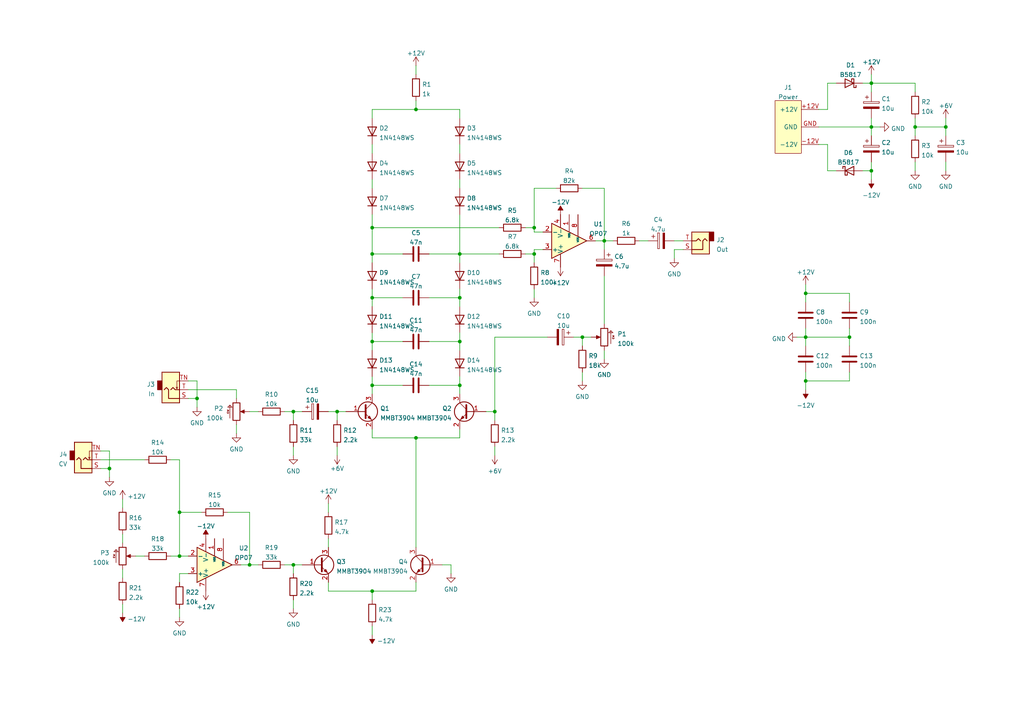
<source format=kicad_sch>
(kicad_sch (version 20211123) (generator eeschema)
  (paper "A4")
  (lib_symbols
    (symbol "Amplifier_Operational:OP07" (pin_names (offset 0.127))
      (property "Reference" "U" (at 1.27 6.35 0))
      (property "Value" "OP07" (at 1.27 3.81 0))
      (symbol "OP07_0_1"
        (polyline (pts (xy -5.08 5.08) (xy 5.08 0) (xy -5.08 -5.08) (xy -5.08 5.08)) (stroke (width 0.254)) (fill (type background)))
      )
      (symbol "OP07_1_1"
        (pin input line (at 0 -7.62 90) (length 5.08) (name "VOS") (number "1"))
        (pin input line (at -7.62 -2.54 0) (length 2.54) (name "-") (number "2"))
        (pin input line (at -7.62 2.54 0) (length 2.54) (name "+") (number "3"))
        (pin power_in line (at -2.54 -7.62 90) (length 3.81) (name "V-") (number "4"))
        (pin no_connect line (at 0 2.54 270) (length 2.54) hide (name "NC") (number "5"))
        (pin output line (at 7.62 0 180) (length 2.54) (name "~") (number "6"))
        (pin power_in line (at -2.54 7.62 270) (length 3.81) (name "V+") (number "7"))
        (pin input line (at 2.54 -7.62 90) (length 6.35) (name "VOS") (number "8"))
      )
    )
    (symbol "Connector:AudioJack2"
      (property "Reference" "J" (at 0 8.89 0))
      (property "Value" "AudioJack2" (at 0 6.35 0))
      (symbol "AudioJack2_0_1"
        (rectangle (start -3.81 0) (end -2.54 -2.54) (stroke (width 0.254)) (fill (type outline)))
        (rectangle (start -2.54 3.81) (end 2.54 -2.54) (stroke (width 0.254)) (fill (type background)))
        (polyline (pts (xy 0 0) (xy 0.635 -0.635) (xy 1.27 0) (xy 2.54 0)) (stroke (width 0.254)))
        (polyline (pts (xy 2.54 2.54) (xy -0.635 2.54) (xy -0.635 0) (xy -1.27 -0.635) (xy -1.905 0)) (stroke (width 0.254)))
      )
      (symbol "AudioJack2_1_1"
        (pin passive line (at 5.08 2.54 180) (length 2.54) (name "~") (number "S"))
        (pin passive line (at 5.08 0 180) (length 2.54) (name "~") (number "T"))
      )
    )
    (symbol "Connector:AudioJack2_SwitchT"
      (property "Reference" "J" (at 0 8.89 0))
      (property "Value" "AudioJack2_SwitchT" (at 0 6.35 0))
      (symbol "AudioJack2_SwitchT_0_1"
        (rectangle (start -2.54 0) (end -3.81 -2.54) (stroke (width 0.254)) (fill (type outline)))
        (polyline (pts (xy 1.778 -0.254) (xy 2.032 -0.762)))
        (polyline (pts (xy 0 0) (xy 0.635 -0.635) (xy 1.27 0) (xy 2.54 0)) (stroke (width 0.254)))
        (polyline (pts (xy 2.54 -2.54) (xy 1.778 -2.54) (xy 1.778 -0.254) (xy 1.524 -0.762)))
        (polyline (pts (xy 2.54 2.54) (xy -0.635 2.54) (xy -0.635 0) (xy -1.27 -0.635) (xy -1.905 0)) (stroke (width 0.254)))
        (rectangle (start 2.54 3.81) (end -2.54 -5.08) (stroke (width 0.254)) (fill (type background)))
      )
      (symbol "AudioJack2_SwitchT_1_1"
        (pin passive line (at 5.08 2.54 180) (length 2.54) (name "~") (number "S"))
        (pin passive line (at 5.08 0 180) (length 2.54) (name "~") (number "T"))
        (pin passive line (at 5.08 -2.54 180) (length 2.54) (name "~") (number "TN"))
      )
    )
    (symbol "Device:C" (pin_numbers hide) (pin_names (offset 0.254))
      (property "Reference" "C" (at 0.635 2.54 0))
      (property "Value" "C" (at 0.635 -2.54 0))
      (symbol "C_0_1"
        (polyline (pts (xy -2.032 -0.762) (xy 2.032 -0.762)) (stroke (width 0.508)))
        (polyline (pts (xy -2.032 0.762) (xy 2.032 0.762)) (stroke (width 0.508)))
      )
      (symbol "C_1_1"
        (pin passive line (at 0 3.81 270) (length 2.794) (name "~") (number "1"))
        (pin passive line (at 0 -3.81 90) (length 2.794) (name "~") (number "2"))
      )
    )
    (symbol "Device:C_Polarized" (pin_numbers hide) (pin_names (offset 0.254))
      (property "Reference" "C" (at 0.635 2.54 0))
      (property "Value" "C_Polarized" (at 0.635 -2.54 0))
      (symbol "C_Polarized_0_1"
        (rectangle (start -2.286 0.508) (end 2.286 1.016))
        (polyline (pts (xy -1.778 2.286) (xy -0.762 2.286)))
        (polyline (pts (xy -1.27 2.794) (xy -1.27 1.778)))
        (rectangle (start 2.286 -0.508) (end -2.286 -1.016) (fill (type outline)))
      )
      (symbol "C_Polarized_1_1"
        (pin passive line (at 0 3.81 270) (length 2.794) (name "~") (number "1"))
        (pin passive line (at 0 -3.81 90) (length 2.794) (name "~") (number "2"))
      )
    )
    (symbol "Device:R" (pin_numbers hide) (pin_names (offset 0))
      (property "Reference" "R" (at 2.032 0 90))
      (property "Value" "R" (at 0 0 90))
      (symbol "R_0_1"
        (rectangle (start -1.016 -2.54) (end 1.016 2.54) (stroke (width 0.254)))
      )
      (symbol "R_1_1"
        (pin passive line (at 0 3.81 270) (length 1.27) (name "~") (number "1"))
        (pin passive line (at 0 -3.81 90) (length 1.27) (name "~") (number "2"))
      )
    )
    (symbol "Device_Additional:R_POT" (pin_names (offset 1.016))
      (property "Reference" "P" (at -5.715 0 90))
      (property "Value" "R_POT" (at -3.81 0 90))
      (symbol "R_POT_0_0"
        (text "cw" (at -2.54 0 900) (effects (font (size 0.635 0.635))))
      )
      (symbol "R_POT_0_1"
        (polyline (pts (xy -1.905 -1.905) (xy -1.905 1.905) (xy -2.54 1.27) (xy -1.27 1.27) (xy -1.905 1.905)))
      )
      (symbol "R_POT_1_1"
        (polyline (pts (xy 2.54 0) (xy 1.524 0)))
        (polyline (pts (xy 1.143 0) (xy 2.286 0.508) (xy 2.286 -0.508) (xy 1.143 0)) (fill (type outline)))
        (rectangle (start 1.016 2.54) (end -1.016 -2.54) (stroke (width 0.254)))
        (pin passive line (at 0 -3.81 90) (length 1.27) (name "CCW") (number "CCW"))
        (pin passive line (at 0 3.81 270) (length 1.27) (name "CW") (number "CW"))
        (pin passive line (at 3.81 0 180) (length 1.27) (name "W") (number "W"))
      )
    )
    (symbol "Diode:1N4148" (pin_numbers hide) (pin_names (offset 1.016) hide)
      (property "Reference" "D" (at 0 2.54 0))
      (property "Value" "1N4148" (at 0 -2.54 0))
      (symbol "1N4148_0_1"
        (polyline (pts (xy -1.27 1.27) (xy -1.27 -1.27)) (stroke (width 0.254)))
        (polyline (pts (xy 1.27 0) (xy -1.27 0)))
        (polyline (pts (xy 1.27 1.27) (xy 1.27 -1.27) (xy -1.27 0) (xy 1.27 1.27)) (stroke (width 0.254)))
      )
      (symbol "1N4148_1_1"
        (pin passive line (at -3.81 0 0) (length 2.54) (name "K") (number "1"))
        (pin passive line (at 3.81 0 180) (length 2.54) (name "A") (number "2"))
      )
    )
    (symbol "Diode:1N5817" (pin_numbers hide) (pin_names (offset 1.016) hide)
      (property "Reference" "D" (at 0 2.54 0))
      (property "Value" "1N5817" (at 0 -2.54 0))
      (symbol "1N5817_0_1"
        (polyline (pts (xy 1.27 0) (xy -1.27 0)))
        (polyline (pts (xy 1.27 1.27) (xy 1.27 -1.27) (xy -1.27 0) (xy 1.27 1.27)) (stroke (width 0.254)))
        (polyline (pts (xy -1.905 0.635) (xy -1.905 1.27) (xy -1.27 1.27) (xy -1.27 -1.27) (xy -0.635 -1.27) (xy -0.635 -0.635)) (stroke (width 0.254)))
      )
      (symbol "1N5817_1_1"
        (pin passive line (at -3.81 0 0) (length 2.54) (name "K") (number "1"))
        (pin passive line (at 3.81 0 180) (length 2.54) (name "A") (number "2"))
      )
    )
    (symbol "Eurorack_Synth:Power_2x5" (pin_names (offset 1.016))
      (property "Reference" "J" (at 0 10.16 0))
      (property "Value" "Power_2x5" (at 0 8.89 0))
      (symbol "Power_2x5_0_1"
        (rectangle (start 3.81 7.62) (end -3.81 -7.62) (fill (type background)))
      )
      (symbol "Power_2x5_1_1"
        (pin power_out line (at 8.89 5.08 180) (length 5.08) (name "+12V") (number "+12V"))
        (pin power_out line (at 8.89 -5.08 180) (length 5.08) (name "-12V") (number "-12V"))
        (pin power_out line (at 8.89 0 180) (length 5.08) (name "GND") (number "GND"))
      )
    )
    (symbol "Transistor_BJT:MMBT3904" (pin_names (offset 0) hide)
      (property "Reference" "Q" (at 5.08 1.905 0))
      (property "Value" "MMBT3904" (at 5.08 0 0))
      (symbol "MMBT3904_0_1"
        (polyline (pts (xy 0.635 0.635) (xy 2.54 2.54)))
        (polyline (pts (xy 0.635 -0.635) (xy 2.54 -2.54) (xy 2.54 -2.54)))
        (polyline (pts (xy 0.635 1.905) (xy 0.635 -1.905) (xy 0.635 -1.905)) (stroke (width 0.508)))
        (polyline (pts (xy 1.27 -1.778) (xy 1.778 -1.27) (xy 2.286 -2.286) (xy 1.27 -1.778) (xy 1.27 -1.778)) (fill (type outline)))
        (circle (center 1.27 0) (radius 2.8194) (stroke (width 0.254)))
      )
      (symbol "MMBT3904_1_1"
        (pin input line (at -5.08 0 0) (length 5.715) (name "B") (number "1"))
        (pin passive line (at 2.54 -5.08 90) (length 2.54) (name "E") (number "2"))
        (pin passive line (at 2.54 5.08 270) (length 2.54) (name "C") (number "3"))
      )
    )
    (symbol "power:+12V" (power) (pin_names (offset 0))
      (property "Value" "+12V" (at 0 3.556 0))
      (symbol "+12V_0_1"
        (polyline (pts (xy -0.762 1.27) (xy 0 2.54)))
        (polyline (pts (xy 0 0) (xy 0 2.54)))
        (polyline (pts (xy 0 2.54) (xy 0.762 1.27)))
      )
      (symbol "+12V_1_1"
        (pin power_in line (at 0 0 90) (length 0) hide (name "+12V") (number "1"))
      )
    )
    (symbol "power:+6V" (power) (pin_names (offset 0))
      (property "Value" "+6V" (at 0 3.556 0))
      (symbol "+6V_0_1"
        (polyline (pts (xy -0.762 1.27) (xy 0 2.54)))
        (polyline (pts (xy 0 0) (xy 0 2.54)))
        (polyline (pts (xy 0 2.54) (xy 0.762 1.27)))
      )
      (symbol "+6V_1_1"
        (pin power_in line (at 0 0 90) (length 0) hide (name "+6V") (number "1"))
      )
    )
    (symbol "power:-12V" (power) (pin_names (offset 0))
      (property "Value" "-12V" (at 0 3.81 0))
      (symbol "-12V_0_0"
        (pin power_in line (at 0 0 90) (length 0) hide (name "-12V") (number "1"))
      )
      (symbol "-12V_0_1"
        (polyline (pts (xy 0 0) (xy 0 1.27) (xy 0.762 1.27) (xy 0 2.54) (xy -0.762 1.27) (xy 0 1.27)) (fill (type outline)))
      )
    )
    (symbol "power:GND" (power) (pin_names (offset 0))
      (property "Value" "GND" (at 0 -3.81 0))
      (symbol "GND_0_1"
        (polyline (pts (xy 0 0) (xy 0 -1.27) (xy 1.27 -1.27) (xy 0 -2.54) (xy -1.27 -1.27) (xy 0 -1.27)))
      )
      (symbol "GND_1_1"
        (pin power_in line (at 0 0 270) (length 0) hide (name "GND") (number "1"))
      )
    )
  )
  (junction (at 133.35 99.06))
  (junction (at 52.07 148.59))
  (junction (at 133.35 73.66))
  (junction (at 143.51 119.38))
  (junction (at 175.26 69.85))
  (junction (at 154.94 66.04))
  (junction (at 85.09 119.38))
  (junction (at 107.95 99.06))
  (junction (at 107.95 86.36))
  (junction (at 107.95 66.04))
  (junction (at 57.15 115.57))
  (junction (at 274.32 36.83))
  (junction (at 107.95 73.66))
  (junction (at 31.75 135.89))
  (junction (at 168.91 97.79))
  (junction (at 133.35 111.76))
  (junction (at 72.39 163.83))
  (junction (at 133.35 86.36))
  (junction (at 233.68 110.49))
  (junction (at 252.73 24.13))
  (junction (at 120.65 31.75))
  (junction (at 107.95 111.76))
  (junction (at 85.09 163.83))
  (junction (at 120.65 127))
  (junction (at 107.95 171.45))
  (junction (at 252.73 36.83))
  (junction (at 154.94 73.66))
  (junction (at 246.38 97.79))
  (junction (at 97.79 119.38))
  (junction (at 52.07 161.29))
  (junction (at 252.73 49.53))
  (junction (at 233.68 97.79))
  (junction (at 233.68 85.09))
  (junction (at 265.43 36.83))
  (wire (pts (xy 72.39 119.38) (xy 74.93 119.38)))
  (wire (pts (xy 29.21 135.89) (xy 31.75 135.89)))
  (wire (pts (xy 143.51 97.79) (xy 143.51 119.38)))
  (wire (pts (xy 35.56 154.94) (xy 35.56 157.48)))
  (wire (pts (xy 107.95 96.52) (xy 107.95 99.06)))
  (wire (pts (xy 274.32 34.29) (xy 274.32 36.83)))
  (wire (pts (xy 85.09 129.54) (xy 85.09 132.08)))
  (wire (pts (xy 265.43 36.83) (xy 265.43 39.37)))
  (wire (pts (xy 158.75 97.79) (xy 143.51 97.79)))
  (wire (pts (xy 175.26 69.85) (xy 175.26 72.39)))
  (wire (pts (xy 95.25 146.05) (xy 95.25 148.59)))
  (wire (pts (xy 124.46 86.36) (xy 133.35 86.36)))
  (wire (pts (xy 175.26 80.01) (xy 175.26 93.98)))
  (wire (pts (xy 107.95 73.66) (xy 107.95 66.04)))
  (wire (pts (xy 85.09 119.38) (xy 87.63 119.38)))
  (wire (pts (xy 107.95 73.66) (xy 116.84 73.66)))
  (wire (pts (xy 95.25 119.38) (xy 97.79 119.38)))
  (wire (pts (xy 233.68 110.49) (xy 233.68 113.03)))
  (wire (pts (xy 233.68 110.49) (xy 246.38 110.49)))
  (wire (pts (xy 237.49 41.91) (xy 240.03 41.91)))
  (wire (pts (xy 195.58 72.39) (xy 195.58 74.93)))
  (wire (pts (xy 133.35 31.75) (xy 133.35 34.29)))
  (wire (pts (xy 233.68 85.09) (xy 246.38 85.09)))
  (wire (pts (xy 39.37 161.29) (xy 41.91 161.29)))
  (wire (pts (xy 265.43 24.13) (xy 265.43 26.67)))
  (wire (pts (xy 231.14 97.79) (xy 233.68 97.79)))
  (wire (pts (xy 29.21 130.81) (xy 31.75 130.81)))
  (wire (pts (xy 107.95 111.76) (xy 107.95 114.3)))
  (wire (pts (xy 120.65 29.21) (xy 120.65 31.75)))
  (wire (pts (xy 133.35 99.06) (xy 133.35 101.6)))
  (wire (pts (xy 252.73 36.83) (xy 255.27 36.83)))
  (wire (pts (xy 154.94 73.66) (xy 154.94 72.39)))
  (wire (pts (xy 252.73 24.13) (xy 265.43 24.13)))
  (wire (pts (xy 250.19 49.53) (xy 252.73 49.53)))
  (wire (pts (xy 52.07 166.37) (xy 52.07 168.91)))
  (wire (pts (xy 49.53 161.29) (xy 52.07 161.29)))
  (wire (pts (xy 175.26 101.6) (xy 175.26 104.14)))
  (wire (pts (xy 252.73 49.53) (xy 252.73 52.07)))
  (wire (pts (xy 133.35 109.22) (xy 133.35 111.76)))
  (wire (pts (xy 130.81 163.83) (xy 130.81 166.37)))
  (wire (pts (xy 87.63 163.83) (xy 85.09 163.83)))
  (wire (pts (xy 107.95 62.23) (xy 107.95 66.04)))
  (wire (pts (xy 120.65 127) (xy 133.35 127)))
  (wire (pts (xy 107.95 66.04) (xy 144.78 66.04)))
  (wire (pts (xy 154.94 67.31) (xy 157.48 67.31)))
  (wire (pts (xy 107.95 76.2) (xy 107.95 73.66)))
  (wire (pts (xy 240.03 24.13) (xy 242.57 24.13)))
  (wire (pts (xy 133.35 111.76) (xy 133.35 114.3)))
  (wire (pts (xy 175.26 69.85) (xy 177.8 69.85)))
  (wire (pts (xy 97.79 129.54) (xy 97.79 132.08)))
  (wire (pts (xy 252.73 46.99) (xy 252.73 49.53)))
  (wire (pts (xy 120.65 19.05) (xy 120.65 21.59)))
  (wire (pts (xy 175.26 54.61) (xy 175.26 69.85)))
  (wire (pts (xy 107.95 109.22) (xy 107.95 111.76)))
  (wire (pts (xy 143.51 119.38) (xy 143.51 121.92)))
  (wire (pts (xy 68.58 113.03) (xy 68.58 115.57)))
  (wire (pts (xy 35.56 165.1) (xy 35.56 167.64)))
  (wire (pts (xy 133.35 73.66) (xy 133.35 76.2)))
  (wire (pts (xy 252.73 34.29) (xy 252.73 36.83)))
  (wire (pts (xy 274.32 46.99) (xy 274.32 49.53)))
  (wire (pts (xy 107.95 124.46) (xy 107.95 127)))
  (wire (pts (xy 128.27 163.83) (xy 130.81 163.83)))
  (wire (pts (xy 233.68 95.25) (xy 233.68 97.79)))
  (wire (pts (xy 97.79 119.38) (xy 97.79 121.92)))
  (wire (pts (xy 107.95 83.82) (xy 107.95 86.36)))
  (wire (pts (xy 240.03 31.75) (xy 240.03 24.13)))
  (wire (pts (xy 154.94 54.61) (xy 161.29 54.61)))
  (wire (pts (xy 198.12 72.39) (xy 195.58 72.39)))
  (wire (pts (xy 107.95 41.91) (xy 107.95 44.45)))
  (wire (pts (xy 133.35 86.36) (xy 133.35 88.9)))
  (wire (pts (xy 154.94 54.61) (xy 154.94 66.04)))
  (wire (pts (xy 31.75 130.81) (xy 31.75 135.89)))
  (wire (pts (xy 166.37 97.79) (xy 168.91 97.79)))
  (wire (pts (xy 72.39 148.59) (xy 72.39 163.83)))
  (wire (pts (xy 133.35 62.23) (xy 133.35 73.66)))
  (wire (pts (xy 233.68 97.79) (xy 233.68 100.33)))
  (wire (pts (xy 168.91 107.95) (xy 168.91 110.49)))
  (wire (pts (xy 154.94 72.39) (xy 157.48 72.39)))
  (wire (pts (xy 107.95 31.75) (xy 120.65 31.75)))
  (wire (pts (xy 68.58 123.19) (xy 68.58 125.73)))
  (wire (pts (xy 185.42 69.85) (xy 187.96 69.85)))
  (wire (pts (xy 233.68 85.09) (xy 233.68 87.63)))
  (wire (pts (xy 237.49 31.75) (xy 240.03 31.75)))
  (wire (pts (xy 97.79 119.38) (xy 100.33 119.38)))
  (wire (pts (xy 54.61 113.03) (xy 68.58 113.03)))
  (wire (pts (xy 252.73 36.83) (xy 252.73 39.37)))
  (wire (pts (xy 133.35 127) (xy 133.35 124.46)))
  (wire (pts (xy 233.68 97.79) (xy 246.38 97.79)))
  (wire (pts (xy 54.61 166.37) (xy 52.07 166.37)))
  (wire (pts (xy 250.19 24.13) (xy 252.73 24.13)))
  (wire (pts (xy 252.73 21.59) (xy 252.73 24.13)))
  (wire (pts (xy 107.95 171.45) (xy 120.65 171.45)))
  (wire (pts (xy 54.61 115.57) (xy 57.15 115.57)))
  (wire (pts (xy 246.38 85.09) (xy 246.38 87.63)))
  (wire (pts (xy 120.65 31.75) (xy 133.35 31.75)))
  (wire (pts (xy 168.91 97.79) (xy 171.45 97.79)))
  (wire (pts (xy 107.95 171.45) (xy 107.95 173.99)))
  (wire (pts (xy 233.68 82.55) (xy 233.68 85.09)))
  (wire (pts (xy 107.95 181.61) (xy 107.95 184.15)))
  (wire (pts (xy 52.07 176.53) (xy 52.07 179.07)))
  (wire (pts (xy 143.51 129.54) (xy 143.51 132.08)))
  (wire (pts (xy 154.94 66.04) (xy 154.94 67.31)))
  (wire (pts (xy 240.03 41.91) (xy 240.03 49.53)))
  (wire (pts (xy 107.95 86.36) (xy 116.84 86.36)))
  (wire (pts (xy 195.58 69.85) (xy 198.12 69.85)))
  (wire (pts (xy 240.03 49.53) (xy 242.57 49.53)))
  (wire (pts (xy 154.94 83.82) (xy 154.94 86.36)))
  (wire (pts (xy 72.39 163.83) (xy 74.93 163.83)))
  (wire (pts (xy 124.46 73.66) (xy 133.35 73.66)))
  (wire (pts (xy 95.25 156.21) (xy 95.25 158.75)))
  (wire (pts (xy 233.68 107.95) (xy 233.68 110.49)))
  (wire (pts (xy 265.43 36.83) (xy 274.32 36.83)))
  (wire (pts (xy 265.43 46.99) (xy 265.43 49.53)))
  (wire (pts (xy 124.46 111.76) (xy 133.35 111.76)))
  (wire (pts (xy 152.4 73.66) (xy 154.94 73.66)))
  (wire (pts (xy 274.32 36.83) (xy 274.32 39.37)))
  (wire (pts (xy 52.07 161.29) (xy 54.61 161.29)))
  (wire (pts (xy 31.75 135.89) (xy 31.75 138.43)))
  (wire (pts (xy 58.42 148.59) (xy 52.07 148.59)))
  (wire (pts (xy 168.91 54.61) (xy 175.26 54.61)))
  (wire (pts (xy 107.95 99.06) (xy 116.84 99.06)))
  (wire (pts (xy 52.07 133.35) (xy 52.07 148.59)))
  (wire (pts (xy 172.72 69.85) (xy 175.26 69.85)))
  (wire (pts (xy 35.56 175.26) (xy 35.56 177.8)))
  (wire (pts (xy 57.15 110.49) (xy 57.15 115.57)))
  (wire (pts (xy 246.38 97.79) (xy 246.38 100.33)))
  (wire (pts (xy 49.53 133.35) (xy 52.07 133.35)))
  (wire (pts (xy 107.95 111.76) (xy 116.84 111.76)))
  (wire (pts (xy 54.61 110.49) (xy 57.15 110.49)))
  (wire (pts (xy 246.38 110.49) (xy 246.38 107.95)))
  (wire (pts (xy 35.56 144.78) (xy 35.56 147.32)))
  (wire (pts (xy 85.09 119.38) (xy 85.09 121.92)))
  (wire (pts (xy 120.65 168.91) (xy 120.65 171.45)))
  (wire (pts (xy 107.95 52.07) (xy 107.95 54.61)))
  (wire (pts (xy 133.35 83.82) (xy 133.35 86.36)))
  (wire (pts (xy 82.55 119.38) (xy 85.09 119.38)))
  (wire (pts (xy 85.09 163.83) (xy 85.09 166.37)))
  (wire (pts (xy 133.35 41.91) (xy 133.35 44.45)))
  (wire (pts (xy 107.95 99.06) (xy 107.95 101.6)))
  (wire (pts (xy 82.55 163.83) (xy 85.09 163.83)))
  (wire (pts (xy 95.25 168.91) (xy 95.25 171.45)))
  (wire (pts (xy 152.4 66.04) (xy 154.94 66.04)))
  (wire (pts (xy 52.07 148.59) (xy 52.07 161.29)))
  (wire (pts (xy 140.97 119.38) (xy 143.51 119.38)))
  (wire (pts (xy 69.85 163.83) (xy 72.39 163.83)))
  (wire (pts (xy 124.46 99.06) (xy 133.35 99.06)))
  (wire (pts (xy 168.91 97.79) (xy 168.91 100.33)))
  (wire (pts (xy 95.25 171.45) (xy 107.95 171.45)))
  (wire (pts (xy 85.09 173.99) (xy 85.09 176.53)))
  (wire (pts (xy 66.04 148.59) (xy 72.39 148.59)))
  (wire (pts (xy 57.15 115.57) (xy 57.15 118.11)))
  (wire (pts (xy 107.95 86.36) (xy 107.95 88.9)))
  (wire (pts (xy 29.21 133.35) (xy 41.91 133.35)))
  (wire (pts (xy 133.35 52.07) (xy 133.35 54.61)))
  (wire (pts (xy 120.65 127) (xy 120.65 158.75)))
  (wire (pts (xy 246.38 95.25) (xy 246.38 97.79)))
  (wire (pts (xy 107.95 127) (xy 120.65 127)))
  (wire (pts (xy 265.43 34.29) (xy 265.43 36.83)))
  (wire (pts (xy 133.35 73.66) (xy 144.78 73.66)))
  (wire (pts (xy 133.35 96.52) (xy 133.35 99.06)))
  (wire (pts (xy 107.95 34.29) (xy 107.95 31.75)))
  (wire (pts (xy 237.49 36.83) (xy 252.73 36.83)))
  (wire (pts (xy 154.94 73.66) (xy 154.94 76.2)))
  (wire (pts (xy 252.73 24.13) (xy 252.73 26.67)))
  (symbol (lib_id "Device:C") (at 233.68 104.14 0) (unit 1)
    (property "Reference" "C12" (at 236.601 103.2315 0) (effects (justify left)))
    (property "Value" "100n" (at 236.601 106.0066 0) (effects (justify left)))
    (property "Footprint" "Capacitor_SMD:C_0402_1005Metric" (effects hide))
    (property "LCSC" "C307331" (effects hide))
  )
  (symbol (lib_id "Diode:1N4148") (at 107.95 48.26 90) (unit 1)
    (property "Reference" "D4" (at 109.982 47.3515 90) (effects (justify right)))
    (property "Value" "1N4148WS" (at 109.982 50.1266 90) (effects (justify right)))
    (property "Footprint" "Diode_SMD:D_SOD-323" (effects hide))
    (property "Datasheet" "https://assets.nexperia.com/documents/data-sheet/1N4148_1N4448.pdf" (effects hide))
    (property "LCSC" "C2128" (effects hide))
  )
  (symbol (lib_id "Device:R") (at 165.1 54.61 90) (unit 1)
    (property "Reference" "R4" (at 165.1 49.6275 90))
    (property "Value" "82k" (at 165.1 52.4026 90))
    (property "Footprint" "Resistor_SMD:R_0402_1005Metric" (effects hide))
    (property "LCSC" "C4142" (effects hide))
  )
  (symbol (lib_id "power:GND") (at 31.75 138.43 0) (unit 1)
    (property "Reference" "#PWR022" (effects hide))
    (property "Value" "GND" (at 31.75 142.9925 0))
  )
  (symbol (lib_id "Diode:1N4148") (at 107.95 92.71 90) (unit 1)
    (property "Reference" "D11" (at 109.982 91.8015 90) (effects (justify right)))
    (property "Value" "1N4148WS" (at 109.982 94.5766 90) (effects (justify right)))
    (property "Footprint" "Diode_SMD:D_SOD-323" (effects hide))
    (property "Datasheet" "https://assets.nexperia.com/documents/data-sheet/1N4148_1N4448.pdf" (effects hide))
    (property "LCSC" "C2128" (effects hide))
  )
  (symbol (lib_id "power:+6V") (at 274.32 34.29 0) (unit 1)
    (property "Reference" "#PWR03" (effects hide))
    (property "Value" "+6V" (at 274.32 30.6855 0))
  )
  (symbol (lib_id "Device:R") (at 35.56 171.45 180) (unit 1)
    (property "Reference" "R21" (at 37.338 170.5415 0) (effects (justify right)))
    (property "Value" "2.2k" (at 37.338 173.3166 0) (effects (justify right)))
    (property "Footprint" "Resistor_SMD:R_0402_1005Metric" (effects hide))
    (property "LCSC" "C25879" (effects hide))
  )
  (symbol (lib_id "power:-12V") (at 35.56 177.8 180) (unit 1)
    (property "Reference" "#PWR029" (effects hide))
    (property "Value" "-12V" (at 36.957 179.549 0) (effects (justify right)))
  )
  (symbol (lib_id "Device:C_Polarized") (at 252.73 30.48 0) (unit 1)
    (property "Reference" "C1" (at 255.651 28.6825 0) (effects (justify left)))
    (property "Value" "10u" (at 255.651 31.4576 0) (effects (justify left)))
    (property "Footprint" "Capacitor_SMD:CP_Elec_4x5.4" (effects hide))
    (property "LCSC" "C72485" (effects hide))
  )
  (symbol (lib_id "power:-12V") (at 233.68 113.03 180) (unit 1)
    (property "Reference" "#PWR016" (effects hide))
    (property "Value" "-12V" (at 233.68 117.5925 0))
  )
  (symbol (lib_id "Diode:1N4148") (at 133.35 92.71 90) (unit 1)
    (property "Reference" "D12" (at 135.382 91.8015 90) (effects (justify right)))
    (property "Value" "1N4148WS" (at 135.382 94.5766 90) (effects (justify right)))
    (property "Footprint" "Diode_SMD:D_SOD-323" (effects hide))
    (property "Datasheet" "https://assets.nexperia.com/documents/data-sheet/1N4148_1N4448.pdf" (effects hide))
    (property "LCSC" "C2128" (effects hide))
  )
  (symbol (lib_id "power:+12V") (at 162.56 77.47 180) (unit 1)
    (property "Reference" "#PWR010" (effects hide))
    (property "Value" "+12V" (at 162.56 82.0325 0))
  )
  (symbol (lib_id "Device:R") (at 148.59 73.66 90) (unit 1)
    (property "Reference" "R7" (at 148.59 68.6775 90))
    (property "Value" "6.8k" (at 148.59 71.4526 90))
    (property "Footprint" "Resistor_SMD:R_0402_1005Metric" (effects hide))
    (property "LCSC" "C25917" (effects hide))
  )
  (symbol (lib_id "Device:R") (at 107.95 177.8 180) (unit 1)
    (property "Reference" "R23" (at 109.728 176.8915 0) (effects (justify right)))
    (property "Value" "4.7k" (at 109.728 179.6666 0) (effects (justify right)))
    (property "Footprint" "Resistor_SMD:R_0402_1005Metric" (effects hide))
    (property "LCSC" "C25900" (effects hide))
  )
  (symbol (lib_id "Device_Additional:R_POT") (at 68.58 119.38 0) (unit 1)
    (property "Reference" "P2" (at 64.7747 118.4715 0) (effects (justify right)))
    (property "Value" "100k" (at 64.7747 121.2466 0) (effects (justify right)))
    (property "Footprint" "Potentiometer_THT_Additional:Potentiometer_AlpsAlpine_RK09K1130" (effects hide))
  )
  (symbol (lib_id "Device:R") (at 45.72 161.29 90) (unit 1)
    (property "Reference" "R18" (at 45.72 156.3075 90))
    (property "Value" "33k" (at 45.72 159.0826 90))
    (property "Footprint" "Resistor_SMD:R_0402_1005Metric" (effects hide))
    (property "LCSC" "C25779" (effects hide))
  )
  (symbol (lib_id "Diode:1N4148") (at 133.35 58.42 90) (unit 1)
    (property "Reference" "D8" (at 135.382 57.5115 90) (effects (justify right)))
    (property "Value" "1N4148WS" (at 135.382 60.2866 90) (effects (justify right)))
    (property "Footprint" "Diode_SMD:D_SOD-323" (effects hide))
    (property "Datasheet" "https://assets.nexperia.com/documents/data-sheet/1N4148_1N4448.pdf" (effects hide))
    (property "LCSC" "C2128" (effects hide))
  )
  (symbol (lib_id "Transistor_BJT:MMBT3904") (at 92.71 163.83 0) (unit 1)
    (property "Reference" "Q3" (at 97.5614 162.9215 0) (effects (justify left)))
    (property "Value" "MMBT3904" (at 97.5614 165.6966 0) (effects (justify left)))
    (property "Footprint" "Package_TO_SOT_SMD:SOT-23" (effects hide))
    (property "Datasheet" "https://www.onsemi.com/pub/Collateral/2N3903-D.PDF" (effects hide))
    (property "LCSC" "C20526" (effects hide))
  )
  (symbol (lib_id "power:GND") (at 85.09 132.08 0) (unit 1)
    (property "Reference" "#PWR019" (effects hide))
    (property "Value" "GND" (at 85.09 136.6425 0))
  )
  (symbol (lib_id "Diode:1N4148") (at 133.35 80.01 90) (unit 1)
    (property "Reference" "D10" (at 135.382 79.1015 90) (effects (justify right)))
    (property "Value" "1N4148WS" (at 135.382 81.8766 90) (effects (justify right)))
    (property "Footprint" "Diode_SMD:D_SOD-323" (effects hide))
    (property "Datasheet" "https://assets.nexperia.com/documents/data-sheet/1N4148_1N4448.pdf" (effects hide))
    (property "LCSC" "C2128" (effects hide))
  )
  (symbol (lib_id "power:+12V") (at 120.65 19.05 0) (unit 1)
    (property "Reference" "#PWR01" (effects hide))
    (property "Value" "+12V" (at 120.65 15.4455 0))
  )
  (symbol (lib_id "Transistor_BJT:MMBT3904") (at 135.89 119.38 0) (mirror y) (unit 1)
    (property "Reference" "Q2" (at 131.0386 118.4715 0) (effects (justify left)))
    (property "Value" "MMBT3904" (at 131.0386 121.2466 0) (effects (justify left)))
    (property "Footprint" "Package_TO_SOT_SMD:SOT-23" (effects hide))
    (property "Datasheet" "https://www.onsemi.com/pub/Collateral/2N3903-D.PDF" (effects hide))
    (property "LCSC" "C20526" (effects hide))
  )
  (symbol (lib_id "power:+12V") (at 252.73 21.59 0) (unit 1)
    (property "Reference" "#PWR02" (effects hide))
    (property "Value" "+12V" (at 252.73 17.9855 0))
  )
  (symbol (lib_id "Device:R") (at 148.59 66.04 90) (unit 1)
    (property "Reference" "R5" (at 148.59 61.0575 90))
    (property "Value" "6.8k" (at 148.59 63.8326 90))
    (property "Footprint" "Resistor_SMD:R_0402_1005Metric" (effects hide))
    (property "LCSC" "C25917" (effects hide))
  )
  (symbol (lib_id "power:GND") (at 130.81 166.37 0) (unit 1)
    (property "Reference" "#PWR026" (effects hide))
    (property "Value" "GND" (at 130.81 170.9325 0))
  )
  (symbol (lib_id "power:-12V") (at 59.69 156.21 0) (unit 1)
    (property "Reference" "#PWR025" (effects hide))
    (property "Value" "-12V" (at 59.69 152.6055 0))
  )
  (symbol (lib_id "Device:R") (at 143.51 125.73 180) (unit 1)
    (property "Reference" "R13" (at 145.288 124.8215 0) (effects (justify right)))
    (property "Value" "2.2k" (at 145.288 127.5966 0) (effects (justify right)))
    (property "Footprint" "Resistor_SMD:R_0402_1005Metric" (effects hide))
    (property "LCSC" "C25879" (effects hide))
  )
  (symbol (lib_id "power:GND") (at 68.58 125.73 0) (unit 1)
    (property "Reference" "#PWR018" (effects hide))
    (property "Value" "GND" (at 68.58 130.2925 0))
  )
  (symbol (lib_id "Connector:AudioJack2_SwitchT") (at 49.53 113.03 0) (mirror x) (unit 1)
    (property "Reference" "J3" (at 44.958 111.4865 0) (effects (justify right)))
    (property "Value" "In" (at 44.958 114.2616 0) (effects (justify right)))
    (property "Footprint" "Connector_Audio_QingPu:Jack_3.5mm_QingPu_WQP-PJ301M-12" (effects hide))
  )
  (symbol (lib_id "Device:C") (at 233.68 91.44 0) (unit 1)
    (property "Reference" "C8" (at 236.601 90.5315 0) (effects (justify left)))
    (property "Value" "100n" (at 236.601 93.3066 0) (effects (justify left)))
    (property "Footprint" "Capacitor_SMD:C_0402_1005Metric" (effects hide))
    (property "LCSC" "C307331" (effects hide))
  )
  (symbol (lib_id "Device:C") (at 120.65 73.66 90) (unit 1)
    (property "Reference" "C5" (at 120.65 67.5345 90))
    (property "Value" "47n" (at 120.65 70.3096 90))
    (property "Footprint" "Capacitor_SMD:C_1206_3216Metric" (effects hide))
    (property "LCSC" "C21812" (effects hide))
  )
  (symbol (lib_id "Device:R") (at 52.07 172.72 180) (unit 1)
    (property "Reference" "R22" (at 53.848 171.8115 0) (effects (justify right)))
    (property "Value" "10k" (at 53.848 174.5866 0) (effects (justify right)))
    (property "Footprint" "Resistor_SMD:R_0402_1005Metric" (effects hide))
    (property "LCSC" "C25744" (effects hide))
  )
  (symbol (lib_id "Device:R") (at 35.56 151.13 180) (unit 1)
    (property "Reference" "R16" (at 37.338 150.2215 0) (effects (justify right)))
    (property "Value" "33k" (at 37.338 152.9966 0) (effects (justify right)))
    (property "Footprint" "Resistor_SMD:R_0402_1005Metric" (effects hide))
    (property "LCSC" "C25779" (effects hide))
  )
  (symbol (lib_id "Diode:1N4148") (at 133.35 48.26 90) (unit 1)
    (property "Reference" "D5" (at 135.382 47.3515 90) (effects (justify right)))
    (property "Value" "1N4148WS" (at 135.382 50.1266 90) (effects (justify right)))
    (property "Footprint" "Diode_SMD:D_SOD-323" (effects hide))
    (property "Datasheet" "https://assets.nexperia.com/documents/data-sheet/1N4148_1N4448.pdf" (effects hide))
    (property "LCSC" "C2128" (effects hide))
  )
  (symbol (lib_id "Device:R") (at 62.23 148.59 90) (unit 1)
    (property "Reference" "R15" (at 62.23 143.6075 90))
    (property "Value" "10k" (at 62.23 146.3826 90))
    (property "Footprint" "Resistor_SMD:R_0402_1005Metric" (effects hide))
    (property "LCSC" "C25744" (effects hide))
  )
  (symbol (lib_id "Device:C_Polarized") (at 252.73 43.18 0) (unit 1)
    (property "Reference" "C2" (at 255.651 41.3825 0) (effects (justify left)))
    (property "Value" "10u" (at 255.651 44.1576 0) (effects (justify left)))
    (property "Footprint" "Capacitor_SMD:CP_Elec_4x5.4" (effects hide))
    (property "LCSC" "C72485" (effects hide))
  )
  (symbol (lib_id "power:+12V") (at 95.25 146.05 0) (unit 1)
    (property "Reference" "#PWR024" (effects hide))
    (property "Value" "+12V" (at 95.25 142.4455 0))
  )
  (symbol (lib_id "power:+12V") (at 35.56 144.78 0) (unit 1)
    (property "Reference" "#PWR023" (effects hide))
    (property "Value" "+12V" (at 36.957 143.989 0) (effects (justify left)))
  )
  (symbol (lib_id "Device:R") (at 85.09 125.73 180) (unit 1)
    (property "Reference" "R11" (at 86.868 124.8215 0) (effects (justify right)))
    (property "Value" "33k" (at 86.868 127.5966 0) (effects (justify right)))
    (property "Footprint" "Resistor_SMD:R_0402_1005Metric" (effects hide))
    (property "LCSC" "C25779" (effects hide))
  )
  (symbol (lib_id "power:+12V") (at 233.68 82.55 0) (unit 1)
    (property "Reference" "#PWR011" (effects hide))
    (property "Value" "+12V" (at 233.68 78.9455 0))
  )
  (symbol (lib_id "Connector:AudioJack2") (at 203.2 69.85 180) (unit 1)
    (property "Reference" "J2" (at 207.772 69.5765 0) (effects (justify right)))
    (property "Value" "Out" (at 207.772 72.3516 0) (effects (justify right)))
    (property "Footprint" "Connector_Audio_QingPu:Jack_3.5mm_QingPu_WQP-PJ301M-12" (effects hide))
  )
  (symbol (lib_id "Device:R") (at 78.74 119.38 90) (unit 1)
    (property "Reference" "R10" (at 78.74 114.3975 90))
    (property "Value" "10k" (at 78.74 117.1726 90))
    (property "Footprint" "Resistor_SMD:R_0402_1005Metric" (effects hide))
    (property "LCSC" "C25744" (effects hide))
  )
  (symbol (lib_id "Device:R") (at 265.43 30.48 0) (unit 1)
    (property "Reference" "R2" (at 267.208 29.5715 0) (effects (justify left)))
    (property "Value" "10k" (at 267.208 32.3466 0) (effects (justify left)))
    (property "Footprint" "Resistor_SMD:R_0402_1005Metric" (effects hide))
    (property "LCSC" "C25744" (effects hide))
  )
  (symbol (lib_id "Diode:1N4148") (at 107.95 105.41 90) (unit 1)
    (property "Reference" "D13" (at 109.982 104.5015 90) (effects (justify right)))
    (property "Value" "1N4148WS" (at 109.982 107.2766 90) (effects (justify right)))
    (property "Footprint" "Diode_SMD:D_SOD-323" (effects hide))
    (property "Datasheet" "https://assets.nexperia.com/documents/data-sheet/1N4148_1N4448.pdf" (effects hide))
    (property "LCSC" "C2128" (effects hide))
  )
  (symbol (lib_id "Device:C") (at 246.38 104.14 0) (unit 1)
    (property "Reference" "C13" (at 249.301 103.2315 0) (effects (justify left)))
    (property "Value" "100n" (at 249.301 106.0066 0) (effects (justify left)))
    (property "Footprint" "Capacitor_SMD:C_0402_1005Metric" (effects hide))
    (property "LCSC" "C307331" (effects hide))
  )
  (symbol (lib_id "Device:C") (at 120.65 86.36 90) (unit 1)
    (property "Reference" "C7" (at 120.65 80.2345 90))
    (property "Value" "47n" (at 120.65 83.0096 90))
    (property "Footprint" "Capacitor_SMD:C_1206_3216Metric" (effects hide))
    (property "LCSC" "C21812" (effects hide))
  )
  (symbol (lib_id "Diode:1N5817") (at 246.38 24.13 180) (unit 1)
    (property "Reference" "D1" (at 246.6975 18.8935 0))
    (property "Value" "B5817" (at 246.6975 21.6686 0))
    (property "Footprint" "Diode_SMD:D_SOD-323" (effects hide))
    (property "Datasheet" "http://www.vishay.com/docs/88525/1n5817.pdf" (effects hide))
    (property "LCSC" "C122854" (effects hide))
  )
  (symbol (lib_id "Device:R") (at 168.91 104.14 180) (unit 1)
    (property "Reference" "R9" (at 170.688 103.2315 0) (effects (justify right)))
    (property "Value" "18k" (at 170.688 106.0066 0) (effects (justify right)))
    (property "Footprint" "Resistor_SMD:R_0402_1005Metric" (effects hide))
    (property "LCSC" "C25762" (effects hide))
  )
  (symbol (lib_id "power:GND") (at 231.14 97.79 270) (unit 1)
    (property "Reference" "#PWR013" (effects hide))
    (property "Value" "GND" (at 227.9651 98.269 90) (effects (justify right)))
  )
  (symbol (lib_id "Eurorack_Synth:Power_2x5") (at 228.6 36.83 0) (unit 1)
    (property "Reference" "J1" (at 228.6 25.3705 0))
    (property "Value" "Power" (at 228.6 28.1456 0))
    (property "Footprint" "CATs_Eurosynth_Specials:Power_2x5_Vertical" (effects hide))
  )
  (symbol (lib_id "power:+6V") (at 143.51 132.08 180) (unit 1)
    (property "Reference" "#PWR021" (effects hide))
    (property "Value" "+6V" (at 143.51 136.6425 0))
  )
  (symbol (lib_id "power:GND") (at 85.09 176.53 0) (unit 1)
    (property "Reference" "#PWR028" (effects hide))
    (property "Value" "GND" (at 85.09 181.0925 0))
  )
  (symbol (lib_id "Transistor_BJT:MMBT3904") (at 123.19 163.83 0) (mirror y) (unit 1)
    (property "Reference" "Q4" (at 118.3386 162.9215 0) (effects (justify left)))
    (property "Value" "MMBT3904" (at 118.3386 165.6966 0) (effects (justify left)))
    (property "Footprint" "Package_TO_SOT_SMD:SOT-23" (effects hide))
    (property "Datasheet" "https://www.onsemi.com/pub/Collateral/2N3903-D.PDF" (effects hide))
    (property "LCSC" "C20526" (effects hide))
  )
  (symbol (lib_id "power:GND") (at 57.15 118.11 0) (unit 1)
    (property "Reference" "#PWR017" (effects hide))
    (property "Value" "GND" (at 57.15 122.6725 0))
  )
  (symbol (lib_id "Amplifier_Operational:OP07") (at 165.1 69.85 0) (mirror x) (unit 1)
    (property "Reference" "U1" (at 173.5311 64.9943 0))
    (property "Value" "OP07" (at 173.5311 67.7694 0))
    (property "Footprint" "Package_SO:SOIC-8_3.9x4.9mm_P1.27mm" (effects hide))
    (property "Datasheet" "https://www.analog.com/media/en/technical-documentation/data-sheets/OP07.pdf" (effects hide))
    (property "LCSC" "C7433" (effects hide))
  )
  (symbol (lib_id "Device_Additional:R_POT") (at 175.26 97.79 0) (mirror y) (unit 1)
    (property "Reference" "P1" (at 179.0653 96.8815 0) (effects (justify right)))
    (property "Value" "100k" (at 179.0653 99.6566 0) (effects (justify right)))
    (property "Footprint" "Potentiometer_THT_Additional:Potentiometer_AlpsAlpine_RK09L1140" (effects hide))
  )
  (symbol (lib_id "Device:R") (at 85.09 170.18 180) (unit 1)
    (property "Reference" "R20" (at 86.868 169.2715 0) (effects (justify right)))
    (property "Value" "2.2k" (at 86.868 172.0466 0) (effects (justify right)))
    (property "Footprint" "Resistor_SMD:R_0402_1005Metric" (effects hide))
    (property "LCSC" "C25879" (effects hide))
  )
  (symbol (lib_id "Diode:1N4148") (at 107.95 58.42 90) (unit 1)
    (property "Reference" "D7" (at 109.982 57.5115 90) (effects (justify right)))
    (property "Value" "1N4148WS" (at 109.982 60.2866 90) (effects (justify right)))
    (property "Footprint" "Diode_SMD:D_SOD-323" (effects hide))
    (property "Datasheet" "https://assets.nexperia.com/documents/data-sheet/1N4148_1N4448.pdf" (effects hide))
    (property "LCSC" "C2128" (effects hide))
  )
  (symbol (lib_id "Device:C_Polarized") (at 91.44 119.38 90) (mirror x) (unit 1)
    (property "Reference" "C15" (at 90.551 113.2545 90))
    (property "Value" "10u" (at 90.551 116.0296 90))
    (property "Footprint" "Capacitor_SMD:CP_Elec_4x5.4" (effects hide))
    (property "LCSC" "C72485" (effects hide))
  )
  (symbol (lib_id "Device:C_Polarized") (at 191.77 69.85 90) (mirror x) (unit 1)
    (property "Reference" "C4" (at 190.881 63.7245 90))
    (property "Value" "4.7u" (at 190.881 66.4996 90))
    (property "Footprint" "Capacitor_SMD:CP_Elec_6.3x5.4" (effects hide))
    (property "LCSC" "C90266" (effects hide))
  )
  (symbol (lib_id "Device:R") (at 181.61 69.85 90) (unit 1)
    (property "Reference" "R6" (at 181.61 64.8675 90))
    (property "Value" "1k" (at 181.61 67.6426 90))
    (property "Footprint" "Resistor_SMD:R_0402_1005Metric" (effects hide))
    (property "LCSC" "C25905" (effects hide))
  )
  (symbol (lib_id "power:GND") (at 265.43 49.53 0) (unit 1)
    (property "Reference" "#PWR05" (effects hide))
    (property "Value" "GND" (at 265.43 54.0925 0))
  )
  (symbol (lib_id "Device:R") (at 265.43 43.18 0) (unit 1)
    (property "Reference" "R3" (at 267.208 42.2715 0) (effects (justify left)))
    (property "Value" "10k" (at 267.208 45.0466 0) (effects (justify left)))
    (property "Footprint" "Resistor_SMD:R_0402_1005Metric" (effects hide))
    (property "LCSC" "C25744" (effects hide))
  )
  (symbol (lib_id "Device:R") (at 154.94 80.01 180) (unit 1)
    (property "Reference" "R8" (at 156.718 79.1015 0) (effects (justify right)))
    (property "Value" "100k" (at 156.718 81.8766 0) (effects (justify right)))
    (property "Footprint" "Resistor_SMD:R_0402_1005Metric" (effects hide))
    (property "LCSC" "C25741" (effects hide))
  )
  (symbol (lib_id "Diode:1N4148") (at 107.95 38.1 90) (unit 1)
    (property "Reference" "D2" (at 109.982 37.1915 90) (effects (justify right)))
    (property "Value" "1N4148WS" (at 109.982 39.9666 90) (effects (justify right)))
    (property "Footprint" "Diode_SMD:D_SOD-323" (effects hide))
    (property "Datasheet" "https://assets.nexperia.com/documents/data-sheet/1N4148_1N4448.pdf" (effects hide))
    (property "LCSC" "C2128" (effects hide))
  )
  (symbol (lib_id "power:-12V") (at 252.73 52.07 180) (unit 1)
    (property "Reference" "#PWR07" (effects hide))
    (property "Value" "-12V" (at 252.73 56.6325 0))
  )
  (symbol (lib_id "Diode:1N5817") (at 246.38 49.53 0) (unit 1)
    (property "Reference" "D6" (at 246.0625 44.2935 0))
    (property "Value" "B5817" (at 246.0625 47.0686 0))
    (property "Footprint" "Diode_SMD:D_SOD-323" (effects hide))
    (property "Datasheet" "http://www.vishay.com/docs/88525/1n5817.pdf" (effects hide))
    (property "LCSC" "C122854" (effects hide))
  )
  (symbol (lib_id "Device:C") (at 120.65 111.76 90) (unit 1)
    (property "Reference" "C14" (at 120.65 105.6345 90))
    (property "Value" "47n" (at 120.65 108.4096 90))
    (property "Footprint" "Capacitor_SMD:C_1206_3216Metric" (effects hide))
    (property "LCSC" "C21812" (effects hide))
  )
  (symbol (lib_id "Device:C") (at 246.38 91.44 0) (unit 1)
    (property "Reference" "C9" (at 249.301 90.5315 0) (effects (justify left)))
    (property "Value" "100n" (at 249.301 93.3066 0) (effects (justify left)))
    (property "Footprint" "Capacitor_SMD:C_0402_1005Metric" (effects hide))
    (property "LCSC" "C307331" (effects hide))
  )
  (symbol (lib_id "power:GND") (at 168.91 110.49 0) (unit 1)
    (property "Reference" "#PWR015" (effects hide))
    (property "Value" "GND" (at 168.91 115.0525 0))
  )
  (symbol (lib_id "Amplifier_Operational:OP07") (at 62.23 163.83 0) (mirror x) (unit 1)
    (property "Reference" "U2" (at 70.6611 158.9743 0))
    (property "Value" "OP07" (at 70.6611 161.7494 0))
    (property "Footprint" "Package_SO:SOIC-8_3.9x4.9mm_P1.27mm" (effects hide))
    (property "Datasheet" "https://www.analog.com/media/en/technical-documentation/data-sheets/OP07.pdf" (effects hide))
    (property "LCSC" "C7433" (effects hide))
  )
  (symbol (lib_id "Diode:1N4148") (at 133.35 38.1 90) (unit 1)
    (property "Reference" "D3" (at 135.382 37.1915 90) (effects (justify right)))
    (property "Value" "1N4148WS" (at 135.382 39.9666 90) (effects (justify right)))
    (property "Footprint" "Diode_SMD:D_SOD-323" (effects hide))
    (property "Datasheet" "https://assets.nexperia.com/documents/data-sheet/1N4148_1N4448.pdf" (effects hide))
    (property "LCSC" "C2128" (effects hide))
  )
  (symbol (lib_id "power:GND") (at 255.27 36.83 90) (unit 1)
    (property "Reference" "#PWR04" (effects hide))
    (property "Value" "GND" (at 258.445 37.309 90) (effects (justify right)))
  )
  (symbol (lib_id "Device:C_Polarized") (at 175.26 76.2 0) (mirror y) (unit 1)
    (property "Reference" "C6" (at 178.181 74.4025 0) (effects (justify right)))
    (property "Value" "4.7u" (at 178.181 77.1776 0) (effects (justify right)))
    (property "Footprint" "Capacitor_SMD:CP_Elec_6.3x5.4" (effects hide))
    (property "LCSC" "C90266" (effects hide))
  )
  (symbol (lib_id "Connector:AudioJack2_SwitchT") (at 24.13 133.35 0) (mirror x) (unit 1)
    (property "Reference" "J4" (at 19.558 131.8065 0) (effects (justify right)))
    (property "Value" "CV" (at 19.558 134.5816 0) (effects (justify right)))
    (property "Footprint" "Connector_Audio_QingPu:Jack_3.5mm_QingPu_WQP-PJ301M-12" (effects hide))
  )
  (symbol (lib_id "Device:R") (at 45.72 133.35 90) (unit 1)
    (property "Reference" "R14" (at 45.72 128.3675 90))
    (property "Value" "10k" (at 45.72 131.1426 90))
    (property "Footprint" "Resistor_SMD:R_0402_1005Metric" (effects hide))
    (property "LCSC" "C25744" (effects hide))
  )
  (symbol (lib_id "Device:R") (at 97.79 125.73 180) (unit 1)
    (property "Reference" "R12" (at 99.568 124.8215 0) (effects (justify right)))
    (property "Value" "2.2k" (at 99.568 127.5966 0) (effects (justify right)))
    (property "Footprint" "Resistor_SMD:R_0402_1005Metric" (effects hide))
    (property "LCSC" "C25879" (effects hide))
  )
  (symbol (lib_id "power:-12V") (at 107.95 184.15 180) (unit 1)
    (property "Reference" "#PWR031" (effects hide))
    (property "Value" "-12V" (at 109.347 185.899 0) (effects (justify right)))
  )
  (symbol (lib_id "Device:R") (at 78.74 163.83 90) (unit 1)
    (property "Reference" "R19" (at 78.74 158.8475 90))
    (property "Value" "33k" (at 78.74 161.6226 90))
    (property "Footprint" "Resistor_SMD:R_0402_1005Metric" (effects hide))
    (property "LCSC" "C25779" (effects hide))
  )
  (symbol (lib_id "power:+12V") (at 59.69 171.45 180) (unit 1)
    (property "Reference" "#PWR027" (effects hide))
    (property "Value" "+12V" (at 59.69 176.0125 0))
  )
  (symbol (lib_id "Device:R") (at 120.65 25.4 180) (unit 1)
    (property "Reference" "R1" (at 122.428 24.4915 0) (effects (justify right)))
    (property "Value" "1k" (at 122.428 27.2666 0) (effects (justify right)))
    (property "Footprint" "Resistor_SMD:R_0402_1005Metric" (effects hide))
    (property "LCSC" "C25905" (effects hide))
  )
  (symbol (lib_id "power:GND") (at 175.26 104.14 0) (unit 1)
    (property "Reference" "#PWR014" (effects hide))
    (property "Value" "GND" (at 175.26 108.7025 0))
  )
  (symbol (lib_id "power:GND") (at 274.32 49.53 0) (unit 1)
    (property "Reference" "#PWR06" (effects hide))
    (property "Value" "GND" (at 274.32 54.0925 0))
  )
  (symbol (lib_id "Device:C_Polarized") (at 162.56 97.79 270) (unit 1)
    (property "Reference" "C10" (at 163.449 91.6645 90))
    (property "Value" "10u" (at 163.449 94.4396 90))
    (property "Footprint" "Capacitor_SMD:CP_Elec_4x5.4" (effects hide))
    (property "LCSC" "C72485" (effects hide))
  )
  (symbol (lib_id "power:GND") (at 154.94 86.36 0) (unit 1)
    (property "Reference" "#PWR012" (effects hide))
    (property "Value" "GND" (at 154.94 90.9225 0))
  )
  (symbol (lib_id "Device:C") (at 120.65 99.06 90) (unit 1)
    (property "Reference" "C11" (at 120.65 92.9345 90))
    (property "Value" "47n" (at 120.65 95.7096 90))
    (property "Footprint" "Capacitor_SMD:C_1206_3216Metric" (effects hide))
    (property "LCSC" "C21812" (effects hide))
  )
  (symbol (lib_id "Transistor_BJT:MMBT3904") (at 105.41 119.38 0) (unit 1)
    (property "Reference" "Q1" (at 110.2614 118.4715 0) (effects (justify left)))
    (property "Value" "MMBT3904" (at 110.2614 121.2466 0) (effects (justify left)))
    (property "Footprint" "Package_TO_SOT_SMD:SOT-23" (effects hide))
    (property "Datasheet" "https://www.onsemi.com/pub/Collateral/2N3903-D.PDF" (effects hide))
    (property "LCSC" "C20526" (effects hide))
  )
  (symbol (lib_id "power:-12V") (at 162.56 62.23 0) (unit 1)
    (property "Reference" "#PWR08" (effects hide))
    (property "Value" "-12V" (at 162.56 58.6255 0))
  )
  (symbol (lib_id "power:+6V") (at 97.79 132.08 180) (unit 1)
    (property "Reference" "#PWR020" (effects hide))
    (property "Value" "+6V" (at 97.79 135.89 0))
  )
  (symbol (lib_id "power:GND") (at 195.58 74.93 0) (unit 1)
    (property "Reference" "#PWR09" (effects hide))
    (property "Value" "GND" (at 195.58 79.4925 0))
  )
  (symbol (lib_id "Device_Additional:R_POT") (at 35.56 161.29 0) (unit 1)
    (property "Reference" "P3" (at 31.7547 160.3815 0) (effects (justify right)))
    (property "Value" "100k" (at 31.7547 163.1566 0) (effects (justify right)))
    (property "Footprint" "Potentiometer_THT_Additional:Potentiometer_AlpsAlpine_RK09L1140" (effects hide))
  )
  (symbol (lib_id "Device:R") (at 95.25 152.4 180) (unit 1)
    (property "Reference" "R17" (at 97.028 151.4915 0) (effects (justify right)))
    (property "Value" "4.7k" (at 97.028 154.2666 0) (effects (justify right)))
    (property "Footprint" "Resistor_SMD:R_0402_1005Metric" (effects hide))
    (property "LCSC" "C25900" (effects hide))
  )
  (symbol (lib_id "power:GND") (at 52.07 179.07 0) (unit 1)
    (property "Reference" "#PWR030" (effects hide))
    (property "Value" "GND" (at 52.07 183.6325 0))
  )
  (symbol (lib_id "Diode:1N4148") (at 107.95 80.01 90) (unit 1)
    (property "Reference" "D9" (at 109.982 79.1015 90) (effects (justify right)))
    (property "Value" "1N4148WS" (at 109.982 81.8766 90) (effects (justify right)))
    (property "Footprint" "Diode_SMD:D_SOD-323" (effects hide))
    (property "Datasheet" "https://assets.nexperia.com/documents/data-sheet/1N4148_1N4448.pdf" (effects hide))
    (property "LCSC" "C2128" (effects hide))
  )
  (symbol (lib_id "Diode:1N4148") (at 133.35 105.41 90) (unit 1)
    (property "Reference" "D14" (at 135.382 104.5015 90) (effects (justify right)))
    (property "Value" "1N4148WS" (at 135.382 107.2766 90) (effects (justify right)))
    (property "Footprint" "Diode_SMD:D_SOD-323" (effects hide))
    (property "Datasheet" "https://assets.nexperia.com/documents/data-sheet/1N4148_1N4448.pdf" (effects hide))
    (property "LCSC" "C2128" (effects hide))
  )
  (symbol (lib_id "Device:C_Polarized") (at 274.32 43.18 0) (unit 1)
    (property "Reference" "C3" (at 277.241 41.3825 0) (effects (justify left)))
    (property "Value" "10u" (at 277.241 44.1576 0) (effects (justify left)))
    (property "Footprint" "Capacitor_SMD:CP_Elec_4x5.4" (effects hide))
    (property "LCSC" "C72485" (effects hide))
  )
)
</source>
